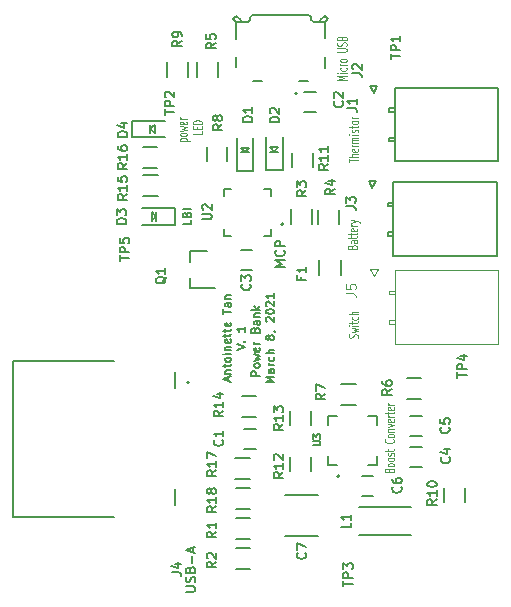
<source format=gbr>
%TF.GenerationSoftware,KiCad,Pcbnew,(5.1.9-0-10_14)*%
%TF.CreationDate,2021-03-09T11:41:36-05:00*%
%TF.ProjectId,Antoinette_PowerBank,416e746f-696e-4657-9474-655f506f7765,rev?*%
%TF.SameCoordinates,Original*%
%TF.FileFunction,Legend,Top*%
%TF.FilePolarity,Positive*%
%FSLAX46Y46*%
G04 Gerber Fmt 4.6, Leading zero omitted, Abs format (unit mm)*
G04 Created by KiCad (PCBNEW (5.1.9-0-10_14)) date 2021-03-09 11:41:36*
%MOMM*%
%LPD*%
G01*
G04 APERTURE LIST*
%ADD10C,0.125000*%
%ADD11C,0.175000*%
%ADD12C,0.150000*%
%ADD13C,0.120000*%
G04 APERTURE END LIST*
D10*
X90747809Y-55971142D02*
X90785904Y-55899714D01*
X90785904Y-55780666D01*
X90747809Y-55733047D01*
X90709714Y-55709238D01*
X90633523Y-55685428D01*
X90557333Y-55685428D01*
X90481142Y-55709238D01*
X90443047Y-55733047D01*
X90404952Y-55780666D01*
X90366857Y-55875904D01*
X90328761Y-55923523D01*
X90290666Y-55947333D01*
X90214476Y-55971142D01*
X90138285Y-55971142D01*
X90062095Y-55947333D01*
X90024000Y-55923523D01*
X89985904Y-55875904D01*
X89985904Y-55756857D01*
X90024000Y-55685428D01*
X90252571Y-55518761D02*
X90785904Y-55423523D01*
X90404952Y-55328285D01*
X90785904Y-55233047D01*
X90252571Y-55137809D01*
X90785904Y-54947333D02*
X90252571Y-54947333D01*
X89985904Y-54947333D02*
X90024000Y-54971142D01*
X90062095Y-54947333D01*
X90024000Y-54923523D01*
X89985904Y-54947333D01*
X90062095Y-54947333D01*
X90252571Y-54780666D02*
X90252571Y-54590190D01*
X89985904Y-54709238D02*
X90671619Y-54709238D01*
X90747809Y-54685428D01*
X90785904Y-54637809D01*
X90785904Y-54590190D01*
X90747809Y-54209238D02*
X90785904Y-54256857D01*
X90785904Y-54352095D01*
X90747809Y-54399714D01*
X90709714Y-54423523D01*
X90633523Y-54447333D01*
X90404952Y-54447333D01*
X90328761Y-54423523D01*
X90290666Y-54399714D01*
X90252571Y-54352095D01*
X90252571Y-54256857D01*
X90290666Y-54209238D01*
X90785904Y-53994952D02*
X89985904Y-53994952D01*
X90785904Y-53780666D02*
X90366857Y-53780666D01*
X90290666Y-53804476D01*
X90252571Y-53852095D01*
X90252571Y-53923523D01*
X90290666Y-53971142D01*
X90328761Y-53994952D01*
X90303357Y-48279714D02*
X90341452Y-48208285D01*
X90379547Y-48184476D01*
X90455738Y-48160666D01*
X90570023Y-48160666D01*
X90646214Y-48184476D01*
X90684309Y-48208285D01*
X90722404Y-48255904D01*
X90722404Y-48446380D01*
X89922404Y-48446380D01*
X89922404Y-48279714D01*
X89960500Y-48232095D01*
X89998595Y-48208285D01*
X90074785Y-48184476D01*
X90150976Y-48184476D01*
X90227166Y-48208285D01*
X90265261Y-48232095D01*
X90303357Y-48279714D01*
X90303357Y-48446380D01*
X90722404Y-47732095D02*
X90303357Y-47732095D01*
X90227166Y-47755904D01*
X90189071Y-47803523D01*
X90189071Y-47898761D01*
X90227166Y-47946380D01*
X90684309Y-47732095D02*
X90722404Y-47779714D01*
X90722404Y-47898761D01*
X90684309Y-47946380D01*
X90608119Y-47970190D01*
X90531928Y-47970190D01*
X90455738Y-47946380D01*
X90417642Y-47898761D01*
X90417642Y-47779714D01*
X90379547Y-47732095D01*
X90189071Y-47565428D02*
X90189071Y-47374952D01*
X89922404Y-47494000D02*
X90608119Y-47494000D01*
X90684309Y-47470190D01*
X90722404Y-47422571D01*
X90722404Y-47374952D01*
X90189071Y-47279714D02*
X90189071Y-47089238D01*
X89922404Y-47208285D02*
X90608119Y-47208285D01*
X90684309Y-47184476D01*
X90722404Y-47136857D01*
X90722404Y-47089238D01*
X90684309Y-46732095D02*
X90722404Y-46779714D01*
X90722404Y-46874952D01*
X90684309Y-46922571D01*
X90608119Y-46946380D01*
X90303357Y-46946380D01*
X90227166Y-46922571D01*
X90189071Y-46874952D01*
X90189071Y-46779714D01*
X90227166Y-46732095D01*
X90303357Y-46708285D01*
X90379547Y-46708285D01*
X90455738Y-46946380D01*
X90722404Y-46494000D02*
X90189071Y-46494000D01*
X90341452Y-46494000D02*
X90265261Y-46470190D01*
X90227166Y-46446380D01*
X90189071Y-46398761D01*
X90189071Y-46351142D01*
X90189071Y-46232095D02*
X90722404Y-46113047D01*
X90189071Y-45994000D02*
X90722404Y-46113047D01*
X90912880Y-46160666D01*
X90950976Y-46184476D01*
X90989071Y-46232095D01*
D11*
X79813166Y-59657000D02*
X79813166Y-59323666D01*
X80013166Y-59723666D02*
X79313166Y-59490333D01*
X80013166Y-59257000D01*
X79546500Y-59023666D02*
X80013166Y-59023666D01*
X79613166Y-59023666D02*
X79579833Y-58990333D01*
X79546500Y-58923666D01*
X79546500Y-58823666D01*
X79579833Y-58757000D01*
X79646500Y-58723666D01*
X80013166Y-58723666D01*
X79546500Y-58490333D02*
X79546500Y-58223666D01*
X79313166Y-58390333D02*
X79913166Y-58390333D01*
X79979833Y-58357000D01*
X80013166Y-58290333D01*
X80013166Y-58223666D01*
X80013166Y-57890333D02*
X79979833Y-57957000D01*
X79946500Y-57990333D01*
X79879833Y-58023666D01*
X79679833Y-58023666D01*
X79613166Y-57990333D01*
X79579833Y-57957000D01*
X79546500Y-57890333D01*
X79546500Y-57790333D01*
X79579833Y-57723666D01*
X79613166Y-57690333D01*
X79679833Y-57657000D01*
X79879833Y-57657000D01*
X79946500Y-57690333D01*
X79979833Y-57723666D01*
X80013166Y-57790333D01*
X80013166Y-57890333D01*
X80013166Y-57357000D02*
X79546500Y-57357000D01*
X79313166Y-57357000D02*
X79346500Y-57390333D01*
X79379833Y-57357000D01*
X79346500Y-57323666D01*
X79313166Y-57357000D01*
X79379833Y-57357000D01*
X79546500Y-57023666D02*
X80013166Y-57023666D01*
X79613166Y-57023666D02*
X79579833Y-56990333D01*
X79546500Y-56923666D01*
X79546500Y-56823666D01*
X79579833Y-56757000D01*
X79646500Y-56723666D01*
X80013166Y-56723666D01*
X79979833Y-56123666D02*
X80013166Y-56190333D01*
X80013166Y-56323666D01*
X79979833Y-56390333D01*
X79913166Y-56423666D01*
X79646500Y-56423666D01*
X79579833Y-56390333D01*
X79546500Y-56323666D01*
X79546500Y-56190333D01*
X79579833Y-56123666D01*
X79646500Y-56090333D01*
X79713166Y-56090333D01*
X79779833Y-56423666D01*
X79546500Y-55890333D02*
X79546500Y-55623666D01*
X79313166Y-55790333D02*
X79913166Y-55790333D01*
X79979833Y-55757000D01*
X80013166Y-55690333D01*
X80013166Y-55623666D01*
X79546500Y-55490333D02*
X79546500Y-55223666D01*
X79313166Y-55390333D02*
X79913166Y-55390333D01*
X79979833Y-55357000D01*
X80013166Y-55290333D01*
X80013166Y-55223666D01*
X79979833Y-54723666D02*
X80013166Y-54790333D01*
X80013166Y-54923666D01*
X79979833Y-54990333D01*
X79913166Y-55023666D01*
X79646500Y-55023666D01*
X79579833Y-54990333D01*
X79546500Y-54923666D01*
X79546500Y-54790333D01*
X79579833Y-54723666D01*
X79646500Y-54690333D01*
X79713166Y-54690333D01*
X79779833Y-55023666D01*
X79313166Y-53957000D02*
X79313166Y-53557000D01*
X80013166Y-53757000D02*
X79313166Y-53757000D01*
X80013166Y-53023666D02*
X79646500Y-53023666D01*
X79579833Y-53057000D01*
X79546500Y-53123666D01*
X79546500Y-53257000D01*
X79579833Y-53323666D01*
X79979833Y-53023666D02*
X80013166Y-53090333D01*
X80013166Y-53257000D01*
X79979833Y-53323666D01*
X79913166Y-53357000D01*
X79846500Y-53357000D01*
X79779833Y-53323666D01*
X79746500Y-53257000D01*
X79746500Y-53090333D01*
X79713166Y-53023666D01*
X79546500Y-52690333D02*
X80013166Y-52690333D01*
X79613166Y-52690333D02*
X79579833Y-52657000D01*
X79546500Y-52590333D01*
X79546500Y-52490333D01*
X79579833Y-52423666D01*
X79646500Y-52390333D01*
X80013166Y-52390333D01*
X80538166Y-57007000D02*
X81238166Y-56773666D01*
X80538166Y-56540333D01*
X81171500Y-56307000D02*
X81204833Y-56273666D01*
X81238166Y-56307000D01*
X81204833Y-56340333D01*
X81171500Y-56307000D01*
X81238166Y-56307000D01*
X81238166Y-55073666D02*
X81238166Y-55473666D01*
X81238166Y-55273666D02*
X80538166Y-55273666D01*
X80638166Y-55340333D01*
X80704833Y-55407000D01*
X80738166Y-55473666D01*
X82463166Y-59190333D02*
X81763166Y-59190333D01*
X81763166Y-58923666D01*
X81796500Y-58857000D01*
X81829833Y-58823666D01*
X81896500Y-58790333D01*
X81996500Y-58790333D01*
X82063166Y-58823666D01*
X82096500Y-58857000D01*
X82129833Y-58923666D01*
X82129833Y-59190333D01*
X82463166Y-58390333D02*
X82429833Y-58457000D01*
X82396500Y-58490333D01*
X82329833Y-58523666D01*
X82129833Y-58523666D01*
X82063166Y-58490333D01*
X82029833Y-58457000D01*
X81996500Y-58390333D01*
X81996500Y-58290333D01*
X82029833Y-58223666D01*
X82063166Y-58190333D01*
X82129833Y-58157000D01*
X82329833Y-58157000D01*
X82396500Y-58190333D01*
X82429833Y-58223666D01*
X82463166Y-58290333D01*
X82463166Y-58390333D01*
X81996500Y-57923666D02*
X82463166Y-57790333D01*
X82129833Y-57657000D01*
X82463166Y-57523666D01*
X81996500Y-57390333D01*
X82429833Y-56857000D02*
X82463166Y-56923666D01*
X82463166Y-57057000D01*
X82429833Y-57123666D01*
X82363166Y-57157000D01*
X82096500Y-57157000D01*
X82029833Y-57123666D01*
X81996500Y-57057000D01*
X81996500Y-56923666D01*
X82029833Y-56857000D01*
X82096500Y-56823666D01*
X82163166Y-56823666D01*
X82229833Y-57157000D01*
X82463166Y-56523666D02*
X81996500Y-56523666D01*
X82129833Y-56523666D02*
X82063166Y-56490333D01*
X82029833Y-56457000D01*
X81996500Y-56390333D01*
X81996500Y-56323666D01*
X82096500Y-55323666D02*
X82129833Y-55223666D01*
X82163166Y-55190333D01*
X82229833Y-55157000D01*
X82329833Y-55157000D01*
X82396500Y-55190333D01*
X82429833Y-55223666D01*
X82463166Y-55290333D01*
X82463166Y-55557000D01*
X81763166Y-55557000D01*
X81763166Y-55323666D01*
X81796500Y-55257000D01*
X81829833Y-55223666D01*
X81896500Y-55190333D01*
X81963166Y-55190333D01*
X82029833Y-55223666D01*
X82063166Y-55257000D01*
X82096500Y-55323666D01*
X82096500Y-55557000D01*
X82463166Y-54557000D02*
X82096500Y-54557000D01*
X82029833Y-54590333D01*
X81996500Y-54657000D01*
X81996500Y-54790333D01*
X82029833Y-54857000D01*
X82429833Y-54557000D02*
X82463166Y-54623666D01*
X82463166Y-54790333D01*
X82429833Y-54857000D01*
X82363166Y-54890333D01*
X82296500Y-54890333D01*
X82229833Y-54857000D01*
X82196500Y-54790333D01*
X82196500Y-54623666D01*
X82163166Y-54557000D01*
X81996500Y-54223666D02*
X82463166Y-54223666D01*
X82063166Y-54223666D02*
X82029833Y-54190333D01*
X81996500Y-54123666D01*
X81996500Y-54023666D01*
X82029833Y-53957000D01*
X82096500Y-53923666D01*
X82463166Y-53923666D01*
X82463166Y-53590333D02*
X81763166Y-53590333D01*
X82196500Y-53523666D02*
X82463166Y-53323666D01*
X81996500Y-53323666D02*
X82263166Y-53590333D01*
X83688166Y-59757000D02*
X82988166Y-59757000D01*
X83488166Y-59523666D01*
X82988166Y-59290333D01*
X83688166Y-59290333D01*
X83688166Y-58657000D02*
X83321500Y-58657000D01*
X83254833Y-58690333D01*
X83221500Y-58757000D01*
X83221500Y-58890333D01*
X83254833Y-58957000D01*
X83654833Y-58657000D02*
X83688166Y-58723666D01*
X83688166Y-58890333D01*
X83654833Y-58957000D01*
X83588166Y-58990333D01*
X83521500Y-58990333D01*
X83454833Y-58957000D01*
X83421500Y-58890333D01*
X83421500Y-58723666D01*
X83388166Y-58657000D01*
X83688166Y-58323666D02*
X83221500Y-58323666D01*
X83354833Y-58323666D02*
X83288166Y-58290333D01*
X83254833Y-58257000D01*
X83221500Y-58190333D01*
X83221500Y-58123666D01*
X83654833Y-57590333D02*
X83688166Y-57657000D01*
X83688166Y-57790333D01*
X83654833Y-57857000D01*
X83621500Y-57890333D01*
X83554833Y-57923666D01*
X83354833Y-57923666D01*
X83288166Y-57890333D01*
X83254833Y-57857000D01*
X83221500Y-57790333D01*
X83221500Y-57657000D01*
X83254833Y-57590333D01*
X83688166Y-57290333D02*
X82988166Y-57290333D01*
X83688166Y-56990333D02*
X83321500Y-56990333D01*
X83254833Y-57023666D01*
X83221500Y-57090333D01*
X83221500Y-57190333D01*
X83254833Y-57257000D01*
X83288166Y-57290333D01*
X83288166Y-56023666D02*
X83254833Y-56090333D01*
X83221500Y-56123666D01*
X83154833Y-56157000D01*
X83121500Y-56157000D01*
X83054833Y-56123666D01*
X83021500Y-56090333D01*
X82988166Y-56023666D01*
X82988166Y-55890333D01*
X83021500Y-55823666D01*
X83054833Y-55790333D01*
X83121500Y-55757000D01*
X83154833Y-55757000D01*
X83221500Y-55790333D01*
X83254833Y-55823666D01*
X83288166Y-55890333D01*
X83288166Y-56023666D01*
X83321500Y-56090333D01*
X83354833Y-56123666D01*
X83421500Y-56157000D01*
X83554833Y-56157000D01*
X83621500Y-56123666D01*
X83654833Y-56090333D01*
X83688166Y-56023666D01*
X83688166Y-55890333D01*
X83654833Y-55823666D01*
X83621500Y-55790333D01*
X83554833Y-55757000D01*
X83421500Y-55757000D01*
X83354833Y-55790333D01*
X83321500Y-55823666D01*
X83288166Y-55890333D01*
X83654833Y-55423666D02*
X83688166Y-55423666D01*
X83754833Y-55457000D01*
X83788166Y-55490333D01*
X83054833Y-54623666D02*
X83021500Y-54590333D01*
X82988166Y-54523666D01*
X82988166Y-54357000D01*
X83021500Y-54290333D01*
X83054833Y-54257000D01*
X83121500Y-54223666D01*
X83188166Y-54223666D01*
X83288166Y-54257000D01*
X83688166Y-54657000D01*
X83688166Y-54223666D01*
X82988166Y-53790333D02*
X82988166Y-53723666D01*
X83021500Y-53657000D01*
X83054833Y-53623666D01*
X83121500Y-53590333D01*
X83254833Y-53557000D01*
X83421500Y-53557000D01*
X83554833Y-53590333D01*
X83621500Y-53623666D01*
X83654833Y-53657000D01*
X83688166Y-53723666D01*
X83688166Y-53790333D01*
X83654833Y-53857000D01*
X83621500Y-53890333D01*
X83554833Y-53923666D01*
X83421500Y-53957000D01*
X83254833Y-53957000D01*
X83121500Y-53923666D01*
X83054833Y-53890333D01*
X83021500Y-53857000D01*
X82988166Y-53790333D01*
X83054833Y-53290333D02*
X83021500Y-53257000D01*
X82988166Y-53190333D01*
X82988166Y-53023666D01*
X83021500Y-52957000D01*
X83054833Y-52923666D01*
X83121500Y-52890333D01*
X83188166Y-52890333D01*
X83288166Y-52923666D01*
X83688166Y-53323666D01*
X83688166Y-52890333D01*
X83688166Y-52223666D02*
X83688166Y-52623666D01*
X83688166Y-52423666D02*
X82988166Y-52423666D01*
X83088166Y-52490333D01*
X83154833Y-52557000D01*
X83188166Y-52623666D01*
D12*
X76643666Y-46020000D02*
X76643666Y-46353333D01*
X75943666Y-46353333D01*
X76277000Y-45553333D02*
X76310333Y-45453333D01*
X76343666Y-45420000D01*
X76410333Y-45386666D01*
X76510333Y-45386666D01*
X76577000Y-45420000D01*
X76610333Y-45453333D01*
X76643666Y-45520000D01*
X76643666Y-45786666D01*
X75943666Y-45786666D01*
X75943666Y-45553333D01*
X75977000Y-45486666D01*
X76010333Y-45453333D01*
X76077000Y-45420000D01*
X76143666Y-45420000D01*
X76210333Y-45453333D01*
X76243666Y-45486666D01*
X76277000Y-45553333D01*
X76277000Y-45786666D01*
X76643666Y-45086666D02*
X75943666Y-45086666D01*
D10*
X75747071Y-39318285D02*
X76547071Y-39318285D01*
X75785166Y-39318285D02*
X75747071Y-39270666D01*
X75747071Y-39175428D01*
X75785166Y-39127809D01*
X75823261Y-39104000D01*
X75899452Y-39080190D01*
X76128023Y-39080190D01*
X76204214Y-39104000D01*
X76242309Y-39127809D01*
X76280404Y-39175428D01*
X76280404Y-39270666D01*
X76242309Y-39318285D01*
X76280404Y-38794476D02*
X76242309Y-38842095D01*
X76204214Y-38865904D01*
X76128023Y-38889714D01*
X75899452Y-38889714D01*
X75823261Y-38865904D01*
X75785166Y-38842095D01*
X75747071Y-38794476D01*
X75747071Y-38723047D01*
X75785166Y-38675428D01*
X75823261Y-38651619D01*
X75899452Y-38627809D01*
X76128023Y-38627809D01*
X76204214Y-38651619D01*
X76242309Y-38675428D01*
X76280404Y-38723047D01*
X76280404Y-38794476D01*
X75747071Y-38461142D02*
X76280404Y-38365904D01*
X75899452Y-38270666D01*
X76280404Y-38175428D01*
X75747071Y-38080190D01*
X76242309Y-37699238D02*
X76280404Y-37746857D01*
X76280404Y-37842095D01*
X76242309Y-37889714D01*
X76166119Y-37913523D01*
X75861357Y-37913523D01*
X75785166Y-37889714D01*
X75747071Y-37842095D01*
X75747071Y-37746857D01*
X75785166Y-37699238D01*
X75861357Y-37675428D01*
X75937547Y-37675428D01*
X76013738Y-37913523D01*
X76280404Y-37461142D02*
X75747071Y-37461142D01*
X75899452Y-37461142D02*
X75823261Y-37437333D01*
X75785166Y-37413523D01*
X75747071Y-37365904D01*
X75747071Y-37318285D01*
X77605404Y-38484952D02*
X77605404Y-38723047D01*
X76805404Y-38723047D01*
X77186357Y-38318285D02*
X77186357Y-38151619D01*
X77605404Y-38080190D02*
X77605404Y-38318285D01*
X76805404Y-38318285D01*
X76805404Y-38080190D01*
X77605404Y-37865904D02*
X76805404Y-37865904D01*
X76805404Y-37746857D01*
X76843500Y-37675428D01*
X76919690Y-37627809D01*
X76995880Y-37604000D01*
X77148261Y-37580190D01*
X77262547Y-37580190D01*
X77414928Y-37604000D01*
X77491119Y-37627809D01*
X77567309Y-37675428D01*
X77605404Y-37746857D01*
X77605404Y-37865904D01*
D12*
X84562904Y-49961666D02*
X83762904Y-49961666D01*
X84334333Y-49695000D01*
X83762904Y-49428333D01*
X84562904Y-49428333D01*
X84486714Y-48590238D02*
X84524809Y-48628333D01*
X84562904Y-48742619D01*
X84562904Y-48818809D01*
X84524809Y-48933095D01*
X84448619Y-49009285D01*
X84372428Y-49047380D01*
X84220047Y-49085476D01*
X84105761Y-49085476D01*
X83953380Y-49047380D01*
X83877190Y-49009285D01*
X83801000Y-48933095D01*
X83762904Y-48818809D01*
X83762904Y-48742619D01*
X83801000Y-48628333D01*
X83839095Y-48590238D01*
X84562904Y-48247380D02*
X83762904Y-48247380D01*
X83762904Y-47942619D01*
X83801000Y-47866428D01*
X83839095Y-47828333D01*
X83915285Y-47790238D01*
X84029571Y-47790238D01*
X84105761Y-47828333D01*
X84143857Y-47866428D01*
X84181952Y-47942619D01*
X84181952Y-48247380D01*
X76206404Y-77476119D02*
X76854023Y-77476119D01*
X76930214Y-77438023D01*
X76968309Y-77399928D01*
X77006404Y-77323738D01*
X77006404Y-77171357D01*
X76968309Y-77095166D01*
X76930214Y-77057071D01*
X76854023Y-77018976D01*
X76206404Y-77018976D01*
X76968309Y-76676119D02*
X77006404Y-76561833D01*
X77006404Y-76371357D01*
X76968309Y-76295166D01*
X76930214Y-76257071D01*
X76854023Y-76218976D01*
X76777833Y-76218976D01*
X76701642Y-76257071D01*
X76663547Y-76295166D01*
X76625452Y-76371357D01*
X76587357Y-76523738D01*
X76549261Y-76599928D01*
X76511166Y-76638023D01*
X76434976Y-76676119D01*
X76358785Y-76676119D01*
X76282595Y-76638023D01*
X76244500Y-76599928D01*
X76206404Y-76523738D01*
X76206404Y-76333261D01*
X76244500Y-76218976D01*
X76587357Y-75609452D02*
X76625452Y-75495166D01*
X76663547Y-75457071D01*
X76739738Y-75418976D01*
X76854023Y-75418976D01*
X76930214Y-75457071D01*
X76968309Y-75495166D01*
X77006404Y-75571357D01*
X77006404Y-75876119D01*
X76206404Y-75876119D01*
X76206404Y-75609452D01*
X76244500Y-75533261D01*
X76282595Y-75495166D01*
X76358785Y-75457071D01*
X76434976Y-75457071D01*
X76511166Y-75495166D01*
X76549261Y-75533261D01*
X76587357Y-75609452D01*
X76587357Y-75876119D01*
X76701642Y-75076119D02*
X76701642Y-74466595D01*
X76777833Y-74123738D02*
X76777833Y-73742785D01*
X77006404Y-74199928D02*
X76206404Y-73933261D01*
X77006404Y-73666595D01*
D10*
X89833404Y-34142928D02*
X89033404Y-34142928D01*
X89604833Y-33976261D01*
X89033404Y-33809595D01*
X89833404Y-33809595D01*
X89833404Y-33571500D02*
X89300071Y-33571500D01*
X89033404Y-33571500D02*
X89071500Y-33595309D01*
X89109595Y-33571500D01*
X89071500Y-33547690D01*
X89033404Y-33571500D01*
X89109595Y-33571500D01*
X89795309Y-33119119D02*
X89833404Y-33166738D01*
X89833404Y-33261976D01*
X89795309Y-33309595D01*
X89757214Y-33333404D01*
X89681023Y-33357214D01*
X89452452Y-33357214D01*
X89376261Y-33333404D01*
X89338166Y-33309595D01*
X89300071Y-33261976D01*
X89300071Y-33166738D01*
X89338166Y-33119119D01*
X89833404Y-32904833D02*
X89300071Y-32904833D01*
X89452452Y-32904833D02*
X89376261Y-32881023D01*
X89338166Y-32857214D01*
X89300071Y-32809595D01*
X89300071Y-32761976D01*
X89833404Y-32523880D02*
X89795309Y-32571500D01*
X89757214Y-32595309D01*
X89681023Y-32619119D01*
X89452452Y-32619119D01*
X89376261Y-32595309D01*
X89338166Y-32571500D01*
X89300071Y-32523880D01*
X89300071Y-32452452D01*
X89338166Y-32404833D01*
X89376261Y-32381023D01*
X89452452Y-32357214D01*
X89681023Y-32357214D01*
X89757214Y-32381023D01*
X89795309Y-32404833D01*
X89833404Y-32452452D01*
X89833404Y-32523880D01*
X89033404Y-31761976D02*
X89681023Y-31761976D01*
X89757214Y-31738166D01*
X89795309Y-31714357D01*
X89833404Y-31666738D01*
X89833404Y-31571500D01*
X89795309Y-31523880D01*
X89757214Y-31500071D01*
X89681023Y-31476261D01*
X89033404Y-31476261D01*
X89795309Y-31261976D02*
X89833404Y-31190547D01*
X89833404Y-31071500D01*
X89795309Y-31023880D01*
X89757214Y-31000071D01*
X89681023Y-30976261D01*
X89604833Y-30976261D01*
X89528642Y-31000071D01*
X89490547Y-31023880D01*
X89452452Y-31071500D01*
X89414357Y-31166738D01*
X89376261Y-31214357D01*
X89338166Y-31238166D01*
X89261976Y-31261976D01*
X89185785Y-31261976D01*
X89109595Y-31238166D01*
X89071500Y-31214357D01*
X89033404Y-31166738D01*
X89033404Y-31047690D01*
X89071500Y-30976261D01*
X89414357Y-30595309D02*
X89452452Y-30523880D01*
X89490547Y-30500071D01*
X89566738Y-30476261D01*
X89681023Y-30476261D01*
X89757214Y-30500071D01*
X89795309Y-30523880D01*
X89833404Y-30571500D01*
X89833404Y-30761976D01*
X89033404Y-30761976D01*
X89033404Y-30595309D01*
X89071500Y-30547690D01*
X89109595Y-30523880D01*
X89185785Y-30500071D01*
X89261976Y-30500071D01*
X89338166Y-30523880D01*
X89376261Y-30547690D01*
X89414357Y-30595309D01*
X89414357Y-30761976D01*
X89985904Y-41096166D02*
X89985904Y-40810452D01*
X90785904Y-40953309D02*
X89985904Y-40953309D01*
X90785904Y-40643785D02*
X89985904Y-40643785D01*
X90785904Y-40429500D02*
X90366857Y-40429500D01*
X90290666Y-40453309D01*
X90252571Y-40500928D01*
X90252571Y-40572357D01*
X90290666Y-40619976D01*
X90328761Y-40643785D01*
X90747809Y-40000928D02*
X90785904Y-40048547D01*
X90785904Y-40143785D01*
X90747809Y-40191404D01*
X90671619Y-40215214D01*
X90366857Y-40215214D01*
X90290666Y-40191404D01*
X90252571Y-40143785D01*
X90252571Y-40048547D01*
X90290666Y-40000928D01*
X90366857Y-39977119D01*
X90443047Y-39977119D01*
X90519238Y-40215214D01*
X90785904Y-39762833D02*
X90252571Y-39762833D01*
X90404952Y-39762833D02*
X90328761Y-39739023D01*
X90290666Y-39715214D01*
X90252571Y-39667595D01*
X90252571Y-39619976D01*
X90785904Y-39453309D02*
X90252571Y-39453309D01*
X90328761Y-39453309D02*
X90290666Y-39429500D01*
X90252571Y-39381880D01*
X90252571Y-39310452D01*
X90290666Y-39262833D01*
X90366857Y-39239023D01*
X90785904Y-39239023D01*
X90366857Y-39239023D02*
X90290666Y-39215214D01*
X90252571Y-39167595D01*
X90252571Y-39096166D01*
X90290666Y-39048547D01*
X90366857Y-39024738D01*
X90785904Y-39024738D01*
X90785904Y-38786642D02*
X90252571Y-38786642D01*
X89985904Y-38786642D02*
X90024000Y-38810452D01*
X90062095Y-38786642D01*
X90024000Y-38762833D01*
X89985904Y-38786642D01*
X90062095Y-38786642D01*
X90747809Y-38572357D02*
X90785904Y-38524738D01*
X90785904Y-38429500D01*
X90747809Y-38381880D01*
X90671619Y-38358071D01*
X90633523Y-38358071D01*
X90557333Y-38381880D01*
X90519238Y-38429500D01*
X90519238Y-38500928D01*
X90481142Y-38548547D01*
X90404952Y-38572357D01*
X90366857Y-38572357D01*
X90290666Y-38548547D01*
X90252571Y-38500928D01*
X90252571Y-38429500D01*
X90290666Y-38381880D01*
X90252571Y-38215214D02*
X90252571Y-38024738D01*
X89985904Y-38143785D02*
X90671619Y-38143785D01*
X90747809Y-38119976D01*
X90785904Y-38072357D01*
X90785904Y-38024738D01*
X90785904Y-37786642D02*
X90747809Y-37834261D01*
X90709714Y-37858071D01*
X90633523Y-37881880D01*
X90404952Y-37881880D01*
X90328761Y-37858071D01*
X90290666Y-37834261D01*
X90252571Y-37786642D01*
X90252571Y-37715214D01*
X90290666Y-37667595D01*
X90328761Y-37643785D01*
X90404952Y-37619976D01*
X90633523Y-37619976D01*
X90709714Y-37643785D01*
X90747809Y-37667595D01*
X90785904Y-37715214D01*
X90785904Y-37786642D01*
X90785904Y-37405690D02*
X90252571Y-37405690D01*
X90404952Y-37405690D02*
X90328761Y-37381880D01*
X90290666Y-37358071D01*
X90252571Y-37310452D01*
X90252571Y-37262833D01*
X93414857Y-67178690D02*
X93452952Y-67107261D01*
X93491047Y-67083452D01*
X93567238Y-67059642D01*
X93681523Y-67059642D01*
X93757714Y-67083452D01*
X93795809Y-67107261D01*
X93833904Y-67154880D01*
X93833904Y-67345357D01*
X93033904Y-67345357D01*
X93033904Y-67178690D01*
X93072000Y-67131071D01*
X93110095Y-67107261D01*
X93186285Y-67083452D01*
X93262476Y-67083452D01*
X93338666Y-67107261D01*
X93376761Y-67131071D01*
X93414857Y-67178690D01*
X93414857Y-67345357D01*
X93833904Y-66773928D02*
X93795809Y-66821547D01*
X93757714Y-66845357D01*
X93681523Y-66869166D01*
X93452952Y-66869166D01*
X93376761Y-66845357D01*
X93338666Y-66821547D01*
X93300571Y-66773928D01*
X93300571Y-66702500D01*
X93338666Y-66654880D01*
X93376761Y-66631071D01*
X93452952Y-66607261D01*
X93681523Y-66607261D01*
X93757714Y-66631071D01*
X93795809Y-66654880D01*
X93833904Y-66702500D01*
X93833904Y-66773928D01*
X93833904Y-66321547D02*
X93795809Y-66369166D01*
X93757714Y-66392976D01*
X93681523Y-66416785D01*
X93452952Y-66416785D01*
X93376761Y-66392976D01*
X93338666Y-66369166D01*
X93300571Y-66321547D01*
X93300571Y-66250119D01*
X93338666Y-66202500D01*
X93376761Y-66178690D01*
X93452952Y-66154880D01*
X93681523Y-66154880D01*
X93757714Y-66178690D01*
X93795809Y-66202500D01*
X93833904Y-66250119D01*
X93833904Y-66321547D01*
X93795809Y-65964404D02*
X93833904Y-65916785D01*
X93833904Y-65821547D01*
X93795809Y-65773928D01*
X93719619Y-65750119D01*
X93681523Y-65750119D01*
X93605333Y-65773928D01*
X93567238Y-65821547D01*
X93567238Y-65892976D01*
X93529142Y-65940595D01*
X93452952Y-65964404D01*
X93414857Y-65964404D01*
X93338666Y-65940595D01*
X93300571Y-65892976D01*
X93300571Y-65821547D01*
X93338666Y-65773928D01*
X93300571Y-65607261D02*
X93300571Y-65416785D01*
X93033904Y-65535833D02*
X93719619Y-65535833D01*
X93795809Y-65512023D01*
X93833904Y-65464404D01*
X93833904Y-65416785D01*
X93757714Y-64583452D02*
X93795809Y-64607261D01*
X93833904Y-64678690D01*
X93833904Y-64726309D01*
X93795809Y-64797738D01*
X93719619Y-64845357D01*
X93643428Y-64869166D01*
X93491047Y-64892976D01*
X93376761Y-64892976D01*
X93224380Y-64869166D01*
X93148190Y-64845357D01*
X93072000Y-64797738D01*
X93033904Y-64726309D01*
X93033904Y-64678690D01*
X93072000Y-64607261D01*
X93110095Y-64583452D01*
X93833904Y-64297738D02*
X93795809Y-64345357D01*
X93757714Y-64369166D01*
X93681523Y-64392976D01*
X93452952Y-64392976D01*
X93376761Y-64369166D01*
X93338666Y-64345357D01*
X93300571Y-64297738D01*
X93300571Y-64226309D01*
X93338666Y-64178690D01*
X93376761Y-64154880D01*
X93452952Y-64131071D01*
X93681523Y-64131071D01*
X93757714Y-64154880D01*
X93795809Y-64178690D01*
X93833904Y-64226309D01*
X93833904Y-64297738D01*
X93300571Y-63916785D02*
X93833904Y-63916785D01*
X93376761Y-63916785D02*
X93338666Y-63892976D01*
X93300571Y-63845357D01*
X93300571Y-63773928D01*
X93338666Y-63726309D01*
X93414857Y-63702500D01*
X93833904Y-63702500D01*
X93300571Y-63512023D02*
X93833904Y-63392976D01*
X93300571Y-63273928D01*
X93795809Y-62892976D02*
X93833904Y-62940595D01*
X93833904Y-63035833D01*
X93795809Y-63083452D01*
X93719619Y-63107261D01*
X93414857Y-63107261D01*
X93338666Y-63083452D01*
X93300571Y-63035833D01*
X93300571Y-62940595D01*
X93338666Y-62892976D01*
X93414857Y-62869166D01*
X93491047Y-62869166D01*
X93567238Y-63107261D01*
X93833904Y-62654880D02*
X93300571Y-62654880D01*
X93452952Y-62654880D02*
X93376761Y-62631071D01*
X93338666Y-62607261D01*
X93300571Y-62559642D01*
X93300571Y-62512023D01*
X93300571Y-62416785D02*
X93300571Y-62226309D01*
X93033904Y-62345357D02*
X93719619Y-62345357D01*
X93795809Y-62321547D01*
X93833904Y-62273928D01*
X93833904Y-62226309D01*
X93795809Y-61869166D02*
X93833904Y-61916785D01*
X93833904Y-62012023D01*
X93795809Y-62059642D01*
X93719619Y-62083452D01*
X93414857Y-62083452D01*
X93338666Y-62059642D01*
X93300571Y-62012023D01*
X93300571Y-61916785D01*
X93338666Y-61869166D01*
X93414857Y-61845357D01*
X93491047Y-61845357D01*
X93567238Y-62083452D01*
X93833904Y-61631071D02*
X93300571Y-61631071D01*
X93452952Y-61631071D02*
X93376761Y-61607261D01*
X93338666Y-61583452D01*
X93300571Y-61535833D01*
X93300571Y-61488214D01*
D12*
%TO.C,R15*%
X72615500Y-42236500D02*
X73815500Y-42236500D01*
X73815500Y-43996500D02*
X72615500Y-43996500D01*
%TO.C,R14*%
X80934000Y-60905500D02*
X82134000Y-60905500D01*
X82134000Y-62665500D02*
X80934000Y-62665500D01*
%TO.C,R6*%
X96104000Y-61141500D02*
X94904000Y-61141500D01*
X94904000Y-59381500D02*
X96104000Y-59381500D01*
%TO.C,U2*%
X82853799Y-47364400D02*
X83453799Y-47364400D01*
X83453799Y-47364400D02*
X83453799Y-46764400D01*
X80053799Y-47364400D02*
X79453799Y-47364400D01*
X79453799Y-47364400D02*
X79453799Y-46764400D01*
X83453799Y-43964400D02*
X83453799Y-43364400D01*
X83453799Y-43364400D02*
X82853799Y-43364400D01*
X80053799Y-43364400D02*
X79453799Y-43364400D01*
X79453799Y-43364400D02*
X79453799Y-43964400D01*
X84453799Y-46364400D02*
G75*
G03*
X84453799Y-46364400I-100000J0D01*
G01*
%TO.C,R11*%
X86960600Y-40360000D02*
X86960600Y-41560000D01*
X85200600Y-41560000D02*
X85200600Y-40360000D01*
%TO.C,R5*%
X77161500Y-33874000D02*
X77161500Y-32674000D01*
X78921500Y-32674000D02*
X78921500Y-33874000D01*
%TO.C,U3*%
X89209700Y-67693800D02*
G75*
G03*
X89209700Y-67693800I-100000J0D01*
G01*
X91639700Y-66743800D02*
X92359700Y-66743800D01*
X88259700Y-66743800D02*
X88979700Y-66743800D01*
X88259700Y-62643800D02*
X88259700Y-63363800D01*
X92359700Y-62643800D02*
X91639700Y-62643800D01*
X92359700Y-66743800D02*
X92359700Y-66023800D01*
X88259700Y-66023800D02*
X88259700Y-66743800D01*
X92359700Y-63363800D02*
X92359700Y-62643800D01*
X88979700Y-62643800D02*
X88259700Y-62643800D01*
%TO.C,C1*%
X82161000Y-63666000D02*
X81161000Y-63666000D01*
X81161000Y-65366000D02*
X82161000Y-65366000D01*
%TO.C,C2*%
X86215600Y-36892600D02*
X87215600Y-36892600D01*
X87215600Y-35192600D02*
X86215600Y-35192600D01*
%TO.C,C3*%
X80843500Y-50253000D02*
X81843500Y-50253000D01*
X81843500Y-48553000D02*
X80843500Y-48553000D01*
%TO.C,C4*%
X95194500Y-66915400D02*
X96194500Y-66915400D01*
X96194500Y-65215400D02*
X95194500Y-65215400D01*
%TO.C,C5*%
X96194500Y-62573800D02*
X95194500Y-62573800D01*
X95194500Y-64273800D02*
X96194500Y-64273800D01*
%TO.C,C6*%
X91079700Y-69353800D02*
X92079700Y-69353800D01*
X92079700Y-67653800D02*
X91079700Y-67653800D01*
%TO.C,D1*%
X81553800Y-40230400D02*
X81203800Y-40230400D01*
X81203800Y-40230400D02*
X80853800Y-40230400D01*
X81553800Y-39880400D02*
X81203800Y-40230400D01*
X81503800Y-39880400D02*
X81553800Y-39880400D01*
X81553800Y-39880400D02*
X81503800Y-39880400D01*
X80853800Y-39880400D02*
X81503800Y-39880400D01*
X80903800Y-39930400D02*
X80853800Y-39880400D01*
X81203800Y-40230400D02*
X80903800Y-39930400D01*
X80503800Y-41830400D02*
X81903800Y-41830400D01*
X81903800Y-41830400D02*
X81903800Y-39030400D01*
X80503800Y-41830400D02*
X80503800Y-39030400D01*
%TO.C,D2*%
X82993000Y-41812800D02*
X82993000Y-39012800D01*
X84393000Y-41812800D02*
X84393000Y-39012800D01*
X82993000Y-41812800D02*
X84393000Y-41812800D01*
X83693000Y-40212800D02*
X83393000Y-39912800D01*
X83393000Y-39912800D02*
X83343000Y-39862800D01*
X83343000Y-39862800D02*
X83993000Y-39862800D01*
X84043000Y-39862800D02*
X83993000Y-39862800D01*
X83993000Y-39862800D02*
X84043000Y-39862800D01*
X84043000Y-39862800D02*
X83693000Y-40212800D01*
X83693000Y-40212800D02*
X83343000Y-40212800D01*
X84043000Y-40212800D02*
X83693000Y-40212800D01*
%TO.C,D3*%
X73669500Y-45370000D02*
X73669500Y-45720000D01*
X73669500Y-45720000D02*
X73669500Y-46070000D01*
X73319500Y-45370000D02*
X73669500Y-45720000D01*
X73319500Y-45420000D02*
X73319500Y-45370000D01*
X73319500Y-45370000D02*
X73319500Y-45420000D01*
X73319500Y-46070000D02*
X73319500Y-45420000D01*
X73369500Y-46020000D02*
X73319500Y-46070000D01*
X73669500Y-45720000D02*
X73369500Y-46020000D01*
X75269500Y-46420000D02*
X75269500Y-45020000D01*
X75269500Y-45020000D02*
X72469500Y-45020000D01*
X75269500Y-46420000D02*
X72469500Y-46420000D01*
%TO.C,D4*%
X71606000Y-37590500D02*
X74406000Y-37590500D01*
X71606000Y-38990500D02*
X74406000Y-38990500D01*
X71606000Y-37590500D02*
X71606000Y-38990500D01*
X73206000Y-38290500D02*
X73506000Y-37990500D01*
X73506000Y-37990500D02*
X73556000Y-37940500D01*
X73556000Y-37940500D02*
X73556000Y-38590500D01*
X73556000Y-38640500D02*
X73556000Y-38590500D01*
X73556000Y-38590500D02*
X73556000Y-38640500D01*
X73556000Y-38640500D02*
X73206000Y-38290500D01*
X73206000Y-38290500D02*
X73206000Y-37940500D01*
X73206000Y-38640500D02*
X73206000Y-38290500D01*
%TO.C,F1*%
X87482000Y-49435936D02*
X87482000Y-50640064D01*
X89302000Y-49435936D02*
X89302000Y-50640064D01*
%TO.C,J2*%
X86566400Y-34269800D02*
X85786400Y-34269800D01*
X82646400Y-34269800D02*
X81906400Y-34269800D01*
X87976400Y-33104800D02*
X87976400Y-32194800D01*
X80476400Y-33094800D02*
X80476400Y-32184800D01*
X87976400Y-30594800D02*
X87976400Y-29269800D01*
X87976400Y-29269800D02*
X87026400Y-29269800D01*
X86826400Y-29069800D02*
X86826400Y-29004800D01*
X86626400Y-28669800D02*
X81826400Y-28669800D01*
X81626400Y-28879800D02*
X81626400Y-29079800D01*
X81301400Y-29279800D02*
X80476400Y-29279800D01*
X80476400Y-29279800D02*
X80476400Y-30654800D01*
X85621400Y-35289800D02*
G75*
G03*
X85621400Y-35289800I-100000J0D01*
G01*
X87976400Y-29219800D02*
X88226400Y-28969800D01*
X88226400Y-28969800D02*
X87976400Y-28719800D01*
X87976400Y-28719800D02*
X87601400Y-29094800D01*
X87601400Y-29094800D02*
X87601400Y-29219800D01*
X80476400Y-29219800D02*
X80226400Y-28969800D01*
X80226400Y-28969800D02*
X80476400Y-28719800D01*
X80476400Y-28719800D02*
X80851400Y-29094800D01*
X80851400Y-29094800D02*
X80851400Y-29219800D01*
X81626400Y-29079800D02*
G75*
G02*
X81301400Y-29279800I-262500J62500D01*
G01*
X81826400Y-28669800D02*
G75*
G03*
X81626400Y-28879800I5000J-205000D01*
G01*
X86826400Y-29004800D02*
G75*
G03*
X86626400Y-28669800I-267500J67500D01*
G01*
X87026400Y-29269800D02*
G75*
G02*
X86826400Y-29069800I0J200000D01*
G01*
%TO.C,J4*%
X61578000Y-57916000D02*
X70128000Y-57916000D01*
X70128000Y-71116000D02*
X61578000Y-71116000D01*
X61578000Y-71116000D02*
X61578000Y-57916000D01*
X76478000Y-59766000D02*
G75*
G03*
X76478000Y-59766000I-100000J0D01*
G01*
X75278000Y-58866000D02*
X75278000Y-60216000D01*
X75278000Y-68816000D02*
X75278000Y-70166000D01*
%TO.C,Q1*%
X76519500Y-48648500D02*
X77979500Y-48648500D01*
X76519500Y-51808500D02*
X78679500Y-51808500D01*
X76519500Y-51808500D02*
X76519500Y-50878500D01*
X76519500Y-48648500D02*
X76519500Y-49578500D01*
%TO.C,R1*%
X81613300Y-72990600D02*
X80413300Y-72990600D01*
X80413300Y-71230600D02*
X81613300Y-71230600D01*
%TO.C,R2*%
X81613300Y-75530600D02*
X80413300Y-75530600D01*
X80413300Y-73770600D02*
X81613300Y-73770600D01*
%TO.C,R3*%
X86909800Y-45120000D02*
X86909800Y-46320000D01*
X85149800Y-46320000D02*
X85149800Y-45120000D01*
%TO.C,R4*%
X87435800Y-46335200D02*
X87435800Y-45135200D01*
X89195800Y-45135200D02*
X89195800Y-46335200D01*
%TO.C,R7*%
X89379500Y-59876800D02*
X90579500Y-59876800D01*
X90579500Y-61636800D02*
X89379500Y-61636800D01*
%TO.C,R8*%
X77956520Y-41041880D02*
X77956520Y-39841880D01*
X79716520Y-39841880D02*
X79716520Y-41041880D01*
%TO.C,R9*%
X76381500Y-32674000D02*
X76381500Y-33874000D01*
X74621500Y-33874000D02*
X74621500Y-32674000D01*
%TO.C,R10*%
X98053000Y-69878500D02*
X98053000Y-68678500D01*
X99813000Y-68678500D02*
X99813000Y-69878500D01*
%TO.C,R12*%
X86770100Y-66090200D02*
X86770100Y-67290200D01*
X85010100Y-67290200D02*
X85010100Y-66090200D01*
%TO.C,R13*%
X85010100Y-63363400D02*
X85010100Y-62163400D01*
X86770100Y-62163400D02*
X86770100Y-63363400D01*
%TO.C,R16*%
X72552000Y-39823500D02*
X73752000Y-39823500D01*
X73752000Y-41583500D02*
X72552000Y-41583500D01*
%TO.C,R17*%
X81598100Y-67961400D02*
X80398100Y-67961400D01*
X80398100Y-66201400D02*
X81598100Y-66201400D01*
%TO.C,R18*%
X81613300Y-70450600D02*
X80413300Y-70450600D01*
X80413300Y-68690600D02*
X81613300Y-68690600D01*
%TO.C,C7*%
X87381852Y-72753800D02*
X84609348Y-72753800D01*
X87381852Y-69333800D02*
X84609348Y-69333800D01*
%TO.C,L1*%
X95278500Y-72701000D02*
X90878500Y-72701000D01*
X90878500Y-70301000D02*
X95278500Y-70301000D01*
%TO.C,J1*%
X102655800Y-34807600D02*
X93895800Y-34807600D01*
X93895800Y-34807600D02*
X93895800Y-41047600D01*
X93895800Y-41047600D02*
X102655800Y-41047600D01*
X102655800Y-41047600D02*
X102655800Y-34807600D01*
X93895800Y-36527600D02*
X93425800Y-36527600D01*
X93425800Y-36527600D02*
X93425800Y-36827600D01*
X93425800Y-36827600D02*
X93895800Y-36827600D01*
X93895800Y-36827600D02*
X93895800Y-36527600D01*
X93895800Y-39027600D02*
X93425800Y-39027600D01*
X93425800Y-39027600D02*
X93425800Y-39327600D01*
X93425800Y-39327600D02*
X93895800Y-39327600D01*
X93895800Y-39327600D02*
X93895800Y-39027600D01*
X92125800Y-35277600D02*
X91825800Y-34677600D01*
X91825800Y-34677600D02*
X92425800Y-34677600D01*
X92425800Y-34677600D02*
X92125800Y-35277600D01*
%TO.C,J3*%
X102528800Y-42808600D02*
X93768800Y-42808600D01*
X93768800Y-42808600D02*
X93768800Y-49048600D01*
X93768800Y-49048600D02*
X102528800Y-49048600D01*
X102528800Y-49048600D02*
X102528800Y-42808600D01*
X93768800Y-44528600D02*
X93298800Y-44528600D01*
X93298800Y-44528600D02*
X93298800Y-44828600D01*
X93298800Y-44828600D02*
X93768800Y-44828600D01*
X93768800Y-44828600D02*
X93768800Y-44528600D01*
X93768800Y-47028600D02*
X93298800Y-47028600D01*
X93298800Y-47028600D02*
X93298800Y-47328600D01*
X93298800Y-47328600D02*
X93768800Y-47328600D01*
X93768800Y-47328600D02*
X93768800Y-47028600D01*
X91998800Y-43278600D02*
X91698800Y-42678600D01*
X91698800Y-42678600D02*
X92298800Y-42678600D01*
X92298800Y-42678600D02*
X91998800Y-43278600D01*
D13*
%TO.C,J5*%
X102668500Y-50263500D02*
X93908500Y-50263500D01*
X93908500Y-50263500D02*
X93908500Y-56503500D01*
X93908500Y-56503500D02*
X102668500Y-56503500D01*
X102668500Y-56503500D02*
X102668500Y-50263500D01*
X93908500Y-51983500D02*
X93438500Y-51983500D01*
X93438500Y-51983500D02*
X93438500Y-52283500D01*
X93438500Y-52283500D02*
X93908500Y-52283500D01*
X93908500Y-52283500D02*
X93908500Y-51983500D01*
X93908500Y-54483500D02*
X93438500Y-54483500D01*
X93438500Y-54483500D02*
X93438500Y-54783500D01*
X93438500Y-54783500D02*
X93908500Y-54783500D01*
X93908500Y-54783500D02*
X93908500Y-54483500D01*
X92138500Y-50733500D02*
X91838500Y-50133500D01*
X91838500Y-50133500D02*
X92438500Y-50133500D01*
X92438500Y-50133500D02*
X92138500Y-50733500D01*
%TO.C,R15*%
D12*
X71227904Y-43821285D02*
X70846952Y-44087952D01*
X71227904Y-44278428D02*
X70427904Y-44278428D01*
X70427904Y-43973666D01*
X70466000Y-43897476D01*
X70504095Y-43859380D01*
X70580285Y-43821285D01*
X70694571Y-43821285D01*
X70770761Y-43859380D01*
X70808857Y-43897476D01*
X70846952Y-43973666D01*
X70846952Y-44278428D01*
X71227904Y-43059380D02*
X71227904Y-43516523D01*
X71227904Y-43287952D02*
X70427904Y-43287952D01*
X70542190Y-43364142D01*
X70618380Y-43440333D01*
X70656476Y-43516523D01*
X70427904Y-42335571D02*
X70427904Y-42716523D01*
X70808857Y-42754619D01*
X70770761Y-42716523D01*
X70732666Y-42640333D01*
X70732666Y-42449857D01*
X70770761Y-42373666D01*
X70808857Y-42335571D01*
X70885047Y-42297476D01*
X71075523Y-42297476D01*
X71151714Y-42335571D01*
X71189809Y-42373666D01*
X71227904Y-42449857D01*
X71227904Y-42640333D01*
X71189809Y-42716523D01*
X71151714Y-42754619D01*
%TO.C,R14*%
X79355904Y-62172785D02*
X78974952Y-62439452D01*
X79355904Y-62629928D02*
X78555904Y-62629928D01*
X78555904Y-62325166D01*
X78594000Y-62248976D01*
X78632095Y-62210880D01*
X78708285Y-62172785D01*
X78822571Y-62172785D01*
X78898761Y-62210880D01*
X78936857Y-62248976D01*
X78974952Y-62325166D01*
X78974952Y-62629928D01*
X79355904Y-61410880D02*
X79355904Y-61868023D01*
X79355904Y-61639452D02*
X78555904Y-61639452D01*
X78670190Y-61715642D01*
X78746380Y-61791833D01*
X78784476Y-61868023D01*
X78822571Y-60725166D02*
X79355904Y-60725166D01*
X78517809Y-60915642D02*
X79089238Y-61106119D01*
X79089238Y-60610880D01*
%TO.C,R6*%
X93643404Y-60331333D02*
X93262452Y-60598000D01*
X93643404Y-60788476D02*
X92843404Y-60788476D01*
X92843404Y-60483714D01*
X92881500Y-60407523D01*
X92919595Y-60369428D01*
X92995785Y-60331333D01*
X93110071Y-60331333D01*
X93186261Y-60369428D01*
X93224357Y-60407523D01*
X93262452Y-60483714D01*
X93262452Y-60788476D01*
X92843404Y-59645619D02*
X92843404Y-59798000D01*
X92881500Y-59874190D01*
X92919595Y-59912285D01*
X93033880Y-59988476D01*
X93186261Y-60026571D01*
X93491023Y-60026571D01*
X93567214Y-59988476D01*
X93605309Y-59950380D01*
X93643404Y-59874190D01*
X93643404Y-59721809D01*
X93605309Y-59645619D01*
X93567214Y-59607523D01*
X93491023Y-59569428D01*
X93300547Y-59569428D01*
X93224357Y-59607523D01*
X93186261Y-59645619D01*
X93148166Y-59721809D01*
X93148166Y-59874190D01*
X93186261Y-59950380D01*
X93224357Y-59988476D01*
X93300547Y-60026571D01*
%TO.C,TP1*%
X93541904Y-32378523D02*
X93541904Y-31921380D01*
X94341904Y-32149952D02*
X93541904Y-32149952D01*
X94341904Y-31654714D02*
X93541904Y-31654714D01*
X93541904Y-31349952D01*
X93580000Y-31273761D01*
X93618095Y-31235666D01*
X93694285Y-31197571D01*
X93808571Y-31197571D01*
X93884761Y-31235666D01*
X93922857Y-31273761D01*
X93960952Y-31349952D01*
X93960952Y-31654714D01*
X94341904Y-30435666D02*
X94341904Y-30892809D01*
X94341904Y-30664238D02*
X93541904Y-30664238D01*
X93656190Y-30740428D01*
X93732380Y-30816619D01*
X93770476Y-30892809D01*
%TO.C,U2*%
X77603404Y-45948523D02*
X78251023Y-45948523D01*
X78327214Y-45910428D01*
X78365309Y-45872333D01*
X78403404Y-45796142D01*
X78403404Y-45643761D01*
X78365309Y-45567571D01*
X78327214Y-45529476D01*
X78251023Y-45491380D01*
X77603404Y-45491380D01*
X77679595Y-45148523D02*
X77641500Y-45110428D01*
X77603404Y-45034238D01*
X77603404Y-44843761D01*
X77641500Y-44767571D01*
X77679595Y-44729476D01*
X77755785Y-44691380D01*
X77831976Y-44691380D01*
X77946261Y-44729476D01*
X78403404Y-45186619D01*
X78403404Y-44691380D01*
%TO.C,R11*%
X88245904Y-41281285D02*
X87864952Y-41547952D01*
X88245904Y-41738428D02*
X87445904Y-41738428D01*
X87445904Y-41433666D01*
X87484000Y-41357476D01*
X87522095Y-41319380D01*
X87598285Y-41281285D01*
X87712571Y-41281285D01*
X87788761Y-41319380D01*
X87826857Y-41357476D01*
X87864952Y-41433666D01*
X87864952Y-41738428D01*
X88245904Y-40519380D02*
X88245904Y-40976523D01*
X88245904Y-40747952D02*
X87445904Y-40747952D01*
X87560190Y-40824142D01*
X87636380Y-40900333D01*
X87674476Y-40976523D01*
X88245904Y-39757476D02*
X88245904Y-40214619D01*
X88245904Y-39986047D02*
X87445904Y-39986047D01*
X87560190Y-40062238D01*
X87636380Y-40138428D01*
X87674476Y-40214619D01*
%TO.C,R5*%
X78720904Y-30994333D02*
X78339952Y-31261000D01*
X78720904Y-31451476D02*
X77920904Y-31451476D01*
X77920904Y-31146714D01*
X77959000Y-31070523D01*
X77997095Y-31032428D01*
X78073285Y-30994333D01*
X78187571Y-30994333D01*
X78263761Y-31032428D01*
X78301857Y-31070523D01*
X78339952Y-31146714D01*
X78339952Y-31451476D01*
X77920904Y-30270523D02*
X77920904Y-30651476D01*
X78301857Y-30689571D01*
X78263761Y-30651476D01*
X78225666Y-30575285D01*
X78225666Y-30384809D01*
X78263761Y-30308619D01*
X78301857Y-30270523D01*
X78378047Y-30232428D01*
X78568523Y-30232428D01*
X78644714Y-30270523D01*
X78682809Y-30308619D01*
X78720904Y-30384809D01*
X78720904Y-30575285D01*
X78682809Y-30651476D01*
X78644714Y-30689571D01*
%TO.C,U3*%
X86983928Y-65100142D02*
X87469642Y-65100142D01*
X87526785Y-65071571D01*
X87555357Y-65043000D01*
X87583928Y-64985857D01*
X87583928Y-64871571D01*
X87555357Y-64814428D01*
X87526785Y-64785857D01*
X87469642Y-64757285D01*
X86983928Y-64757285D01*
X86983928Y-64528714D02*
X86983928Y-64157285D01*
X87212500Y-64357285D01*
X87212500Y-64271571D01*
X87241071Y-64214428D01*
X87269642Y-64185857D01*
X87326785Y-64157285D01*
X87469642Y-64157285D01*
X87526785Y-64185857D01*
X87555357Y-64214428D01*
X87583928Y-64271571D01*
X87583928Y-64443000D01*
X87555357Y-64500142D01*
X87526785Y-64528714D01*
%TO.C,C1*%
X79276414Y-64623933D02*
X79314509Y-64662028D01*
X79352604Y-64776314D01*
X79352604Y-64852504D01*
X79314509Y-64966790D01*
X79238319Y-65042980D01*
X79162128Y-65081076D01*
X79009747Y-65119171D01*
X78895461Y-65119171D01*
X78743080Y-65081076D01*
X78666890Y-65042980D01*
X78590700Y-64966790D01*
X78552604Y-64852504D01*
X78552604Y-64776314D01*
X78590700Y-64662028D01*
X78628795Y-64623933D01*
X79352604Y-63862028D02*
X79352604Y-64319171D01*
X79352604Y-64090600D02*
X78552604Y-64090600D01*
X78666890Y-64166790D01*
X78743080Y-64242980D01*
X78781176Y-64319171D01*
%TO.C,C2*%
X89439714Y-35947333D02*
X89477809Y-35985428D01*
X89515904Y-36099714D01*
X89515904Y-36175904D01*
X89477809Y-36290190D01*
X89401619Y-36366380D01*
X89325428Y-36404476D01*
X89173047Y-36442571D01*
X89058761Y-36442571D01*
X88906380Y-36404476D01*
X88830190Y-36366380D01*
X88754000Y-36290190D01*
X88715904Y-36175904D01*
X88715904Y-36099714D01*
X88754000Y-35985428D01*
X88792095Y-35947333D01*
X88792095Y-35642571D02*
X88754000Y-35604476D01*
X88715904Y-35528285D01*
X88715904Y-35337809D01*
X88754000Y-35261619D01*
X88792095Y-35223523D01*
X88868285Y-35185428D01*
X88944476Y-35185428D01*
X89058761Y-35223523D01*
X89515904Y-35680666D01*
X89515904Y-35185428D01*
%TO.C,C3*%
X81629214Y-51441333D02*
X81667309Y-51479428D01*
X81705404Y-51593714D01*
X81705404Y-51669904D01*
X81667309Y-51784190D01*
X81591119Y-51860380D01*
X81514928Y-51898476D01*
X81362547Y-51936571D01*
X81248261Y-51936571D01*
X81095880Y-51898476D01*
X81019690Y-51860380D01*
X80943500Y-51784190D01*
X80905404Y-51669904D01*
X80905404Y-51593714D01*
X80943500Y-51479428D01*
X80981595Y-51441333D01*
X80905404Y-51174666D02*
X80905404Y-50679428D01*
X81210166Y-50946095D01*
X81210166Y-50831809D01*
X81248261Y-50755619D01*
X81286357Y-50717523D01*
X81362547Y-50679428D01*
X81553023Y-50679428D01*
X81629214Y-50717523D01*
X81667309Y-50755619D01*
X81705404Y-50831809D01*
X81705404Y-51060380D01*
X81667309Y-51136571D01*
X81629214Y-51174666D01*
%TO.C,C4*%
X98520214Y-66109833D02*
X98558309Y-66147928D01*
X98596404Y-66262214D01*
X98596404Y-66338404D01*
X98558309Y-66452690D01*
X98482119Y-66528880D01*
X98405928Y-66566976D01*
X98253547Y-66605071D01*
X98139261Y-66605071D01*
X97986880Y-66566976D01*
X97910690Y-66528880D01*
X97834500Y-66452690D01*
X97796404Y-66338404D01*
X97796404Y-66262214D01*
X97834500Y-66147928D01*
X97872595Y-66109833D01*
X98063071Y-65424119D02*
X98596404Y-65424119D01*
X97758309Y-65614595D02*
X98329738Y-65805071D01*
X98329738Y-65309833D01*
%TO.C,C5*%
X98456714Y-63569833D02*
X98494809Y-63607928D01*
X98532904Y-63722214D01*
X98532904Y-63798404D01*
X98494809Y-63912690D01*
X98418619Y-63988880D01*
X98342428Y-64026976D01*
X98190047Y-64065071D01*
X98075761Y-64065071D01*
X97923380Y-64026976D01*
X97847190Y-63988880D01*
X97771000Y-63912690D01*
X97732904Y-63798404D01*
X97732904Y-63722214D01*
X97771000Y-63607928D01*
X97809095Y-63569833D01*
X97732904Y-62846023D02*
X97732904Y-63226976D01*
X98113857Y-63265071D01*
X98075761Y-63226976D01*
X98037666Y-63150785D01*
X98037666Y-62960309D01*
X98075761Y-62884119D01*
X98113857Y-62846023D01*
X98190047Y-62807928D01*
X98380523Y-62807928D01*
X98456714Y-62846023D01*
X98494809Y-62884119D01*
X98532904Y-62960309D01*
X98532904Y-63150785D01*
X98494809Y-63226976D01*
X98456714Y-63265071D01*
%TO.C,C6*%
X94392714Y-68586333D02*
X94430809Y-68624428D01*
X94468904Y-68738714D01*
X94468904Y-68814904D01*
X94430809Y-68929190D01*
X94354619Y-69005380D01*
X94278428Y-69043476D01*
X94126047Y-69081571D01*
X94011761Y-69081571D01*
X93859380Y-69043476D01*
X93783190Y-69005380D01*
X93707000Y-68929190D01*
X93668904Y-68814904D01*
X93668904Y-68738714D01*
X93707000Y-68624428D01*
X93745095Y-68586333D01*
X93668904Y-67900619D02*
X93668904Y-68053000D01*
X93707000Y-68129190D01*
X93745095Y-68167285D01*
X93859380Y-68243476D01*
X94011761Y-68281571D01*
X94316523Y-68281571D01*
X94392714Y-68243476D01*
X94430809Y-68205380D01*
X94468904Y-68129190D01*
X94468904Y-67976809D01*
X94430809Y-67900619D01*
X94392714Y-67862523D01*
X94316523Y-67824428D01*
X94126047Y-67824428D01*
X94049857Y-67862523D01*
X94011761Y-67900619D01*
X93973666Y-67976809D01*
X93973666Y-68129190D01*
X94011761Y-68205380D01*
X94049857Y-68243476D01*
X94126047Y-68281571D01*
%TO.C,D1*%
X81832404Y-37674476D02*
X81032404Y-37674476D01*
X81032404Y-37484000D01*
X81070500Y-37369714D01*
X81146690Y-37293523D01*
X81222880Y-37255428D01*
X81375261Y-37217333D01*
X81489547Y-37217333D01*
X81641928Y-37255428D01*
X81718119Y-37293523D01*
X81794309Y-37369714D01*
X81832404Y-37484000D01*
X81832404Y-37674476D01*
X81832404Y-36455428D02*
X81832404Y-36912571D01*
X81832404Y-36684000D02*
X81032404Y-36684000D01*
X81146690Y-36760190D01*
X81222880Y-36836380D01*
X81260976Y-36912571D01*
%TO.C,D2*%
X84118404Y-37737976D02*
X83318404Y-37737976D01*
X83318404Y-37547500D01*
X83356500Y-37433214D01*
X83432690Y-37357023D01*
X83508880Y-37318928D01*
X83661261Y-37280833D01*
X83775547Y-37280833D01*
X83927928Y-37318928D01*
X84004119Y-37357023D01*
X84080309Y-37433214D01*
X84118404Y-37547500D01*
X84118404Y-37737976D01*
X83394595Y-36976071D02*
X83356500Y-36937976D01*
X83318404Y-36861785D01*
X83318404Y-36671309D01*
X83356500Y-36595119D01*
X83394595Y-36557023D01*
X83470785Y-36518928D01*
X83546976Y-36518928D01*
X83661261Y-36557023D01*
X84118404Y-37014166D01*
X84118404Y-36518928D01*
%TO.C,D3*%
X71164404Y-46310476D02*
X70364404Y-46310476D01*
X70364404Y-46120000D01*
X70402500Y-46005714D01*
X70478690Y-45929523D01*
X70554880Y-45891428D01*
X70707261Y-45853333D01*
X70821547Y-45853333D01*
X70973928Y-45891428D01*
X71050119Y-45929523D01*
X71126309Y-46005714D01*
X71164404Y-46120000D01*
X71164404Y-46310476D01*
X70364404Y-45586666D02*
X70364404Y-45091428D01*
X70669166Y-45358095D01*
X70669166Y-45243809D01*
X70707261Y-45167619D01*
X70745357Y-45129523D01*
X70821547Y-45091428D01*
X71012023Y-45091428D01*
X71088214Y-45129523D01*
X71126309Y-45167619D01*
X71164404Y-45243809D01*
X71164404Y-45472380D01*
X71126309Y-45548571D01*
X71088214Y-45586666D01*
%TO.C,D4*%
X71227904Y-38944476D02*
X70427904Y-38944476D01*
X70427904Y-38754000D01*
X70466000Y-38639714D01*
X70542190Y-38563523D01*
X70618380Y-38525428D01*
X70770761Y-38487333D01*
X70885047Y-38487333D01*
X71037428Y-38525428D01*
X71113619Y-38563523D01*
X71189809Y-38639714D01*
X71227904Y-38754000D01*
X71227904Y-38944476D01*
X70694571Y-37801619D02*
X71227904Y-37801619D01*
X70389809Y-37992095D02*
X70961238Y-38182571D01*
X70961238Y-37687333D01*
%TO.C,F1*%
X85985357Y-50812666D02*
X85985357Y-51079333D01*
X86404404Y-51079333D02*
X85604404Y-51079333D01*
X85604404Y-50698380D01*
X86404404Y-49974571D02*
X86404404Y-50431714D01*
X86404404Y-50203142D02*
X85604404Y-50203142D01*
X85718690Y-50279333D01*
X85794880Y-50355523D01*
X85832976Y-50431714D01*
%TO.C,J2*%
X90303404Y-33604166D02*
X90874833Y-33604166D01*
X90989119Y-33642261D01*
X91065309Y-33718452D01*
X91103404Y-33832738D01*
X91103404Y-33908928D01*
X90379595Y-33261309D02*
X90341500Y-33223214D01*
X90303404Y-33147023D01*
X90303404Y-32956547D01*
X90341500Y-32880357D01*
X90379595Y-32842261D01*
X90455785Y-32804166D01*
X90531976Y-32804166D01*
X90646261Y-32842261D01*
X91103404Y-33299404D01*
X91103404Y-32804166D01*
%TO.C,J4*%
X74999904Y-75831666D02*
X75571333Y-75831666D01*
X75685619Y-75869761D01*
X75761809Y-75945952D01*
X75799904Y-76060238D01*
X75799904Y-76136428D01*
X75266571Y-75107857D02*
X75799904Y-75107857D01*
X74961809Y-75298333D02*
X75533238Y-75488809D01*
X75533238Y-74993571D01*
%TO.C,Q1*%
X74542595Y-50812690D02*
X74504500Y-50888880D01*
X74428309Y-50965071D01*
X74314023Y-51079357D01*
X74275928Y-51155547D01*
X74275928Y-51231738D01*
X74466404Y-51193642D02*
X74428309Y-51269833D01*
X74352119Y-51346023D01*
X74199738Y-51384119D01*
X73933071Y-51384119D01*
X73780690Y-51346023D01*
X73704500Y-51269833D01*
X73666404Y-51193642D01*
X73666404Y-51041261D01*
X73704500Y-50965071D01*
X73780690Y-50888880D01*
X73933071Y-50850785D01*
X74199738Y-50850785D01*
X74352119Y-50888880D01*
X74428309Y-50965071D01*
X74466404Y-51041261D01*
X74466404Y-51193642D01*
X74466404Y-50088880D02*
X74466404Y-50546023D01*
X74466404Y-50317452D02*
X73666404Y-50317452D01*
X73780690Y-50393642D01*
X73856880Y-50469833D01*
X73894976Y-50546023D01*
%TO.C,R1*%
X78784404Y-72396333D02*
X78403452Y-72663000D01*
X78784404Y-72853476D02*
X77984404Y-72853476D01*
X77984404Y-72548714D01*
X78022500Y-72472523D01*
X78060595Y-72434428D01*
X78136785Y-72396333D01*
X78251071Y-72396333D01*
X78327261Y-72434428D01*
X78365357Y-72472523D01*
X78403452Y-72548714D01*
X78403452Y-72853476D01*
X78784404Y-71634428D02*
X78784404Y-72091571D01*
X78784404Y-71863000D02*
X77984404Y-71863000D01*
X78098690Y-71939190D01*
X78174880Y-72015380D01*
X78212976Y-72091571D01*
%TO.C,R2*%
X78784404Y-74936333D02*
X78403452Y-75203000D01*
X78784404Y-75393476D02*
X77984404Y-75393476D01*
X77984404Y-75088714D01*
X78022500Y-75012523D01*
X78060595Y-74974428D01*
X78136785Y-74936333D01*
X78251071Y-74936333D01*
X78327261Y-74974428D01*
X78365357Y-75012523D01*
X78403452Y-75088714D01*
X78403452Y-75393476D01*
X78060595Y-74631571D02*
X78022500Y-74593476D01*
X77984404Y-74517285D01*
X77984404Y-74326809D01*
X78022500Y-74250619D01*
X78060595Y-74212523D01*
X78136785Y-74174428D01*
X78212976Y-74174428D01*
X78327261Y-74212523D01*
X78784404Y-74669666D01*
X78784404Y-74174428D01*
%TO.C,R3*%
X86404404Y-43503833D02*
X86023452Y-43770500D01*
X86404404Y-43960976D02*
X85604404Y-43960976D01*
X85604404Y-43656214D01*
X85642500Y-43580023D01*
X85680595Y-43541928D01*
X85756785Y-43503833D01*
X85871071Y-43503833D01*
X85947261Y-43541928D01*
X85985357Y-43580023D01*
X86023452Y-43656214D01*
X86023452Y-43960976D01*
X85604404Y-43237166D02*
X85604404Y-42741928D01*
X85909166Y-43008595D01*
X85909166Y-42894309D01*
X85947261Y-42818119D01*
X85985357Y-42780023D01*
X86061547Y-42741928D01*
X86252023Y-42741928D01*
X86328214Y-42780023D01*
X86366309Y-42818119D01*
X86404404Y-42894309D01*
X86404404Y-43122880D01*
X86366309Y-43199071D01*
X86328214Y-43237166D01*
%TO.C,R4*%
X88817404Y-43376833D02*
X88436452Y-43643500D01*
X88817404Y-43833976D02*
X88017404Y-43833976D01*
X88017404Y-43529214D01*
X88055500Y-43453023D01*
X88093595Y-43414928D01*
X88169785Y-43376833D01*
X88284071Y-43376833D01*
X88360261Y-43414928D01*
X88398357Y-43453023D01*
X88436452Y-43529214D01*
X88436452Y-43833976D01*
X88284071Y-42691119D02*
X88817404Y-42691119D01*
X87979309Y-42881595D02*
X88550738Y-43072071D01*
X88550738Y-42576833D01*
%TO.C,R7*%
X87991904Y-60712333D02*
X87610952Y-60979000D01*
X87991904Y-61169476D02*
X87191904Y-61169476D01*
X87191904Y-60864714D01*
X87230000Y-60788523D01*
X87268095Y-60750428D01*
X87344285Y-60712333D01*
X87458571Y-60712333D01*
X87534761Y-60750428D01*
X87572857Y-60788523D01*
X87610952Y-60864714D01*
X87610952Y-61169476D01*
X87191904Y-60445666D02*
X87191904Y-59912333D01*
X87991904Y-60255190D01*
%TO.C,R8*%
X79292404Y-37915833D02*
X78911452Y-38182500D01*
X79292404Y-38372976D02*
X78492404Y-38372976D01*
X78492404Y-38068214D01*
X78530500Y-37992023D01*
X78568595Y-37953928D01*
X78644785Y-37915833D01*
X78759071Y-37915833D01*
X78835261Y-37953928D01*
X78873357Y-37992023D01*
X78911452Y-38068214D01*
X78911452Y-38372976D01*
X78835261Y-37458690D02*
X78797166Y-37534880D01*
X78759071Y-37572976D01*
X78682880Y-37611071D01*
X78644785Y-37611071D01*
X78568595Y-37572976D01*
X78530500Y-37534880D01*
X78492404Y-37458690D01*
X78492404Y-37306309D01*
X78530500Y-37230119D01*
X78568595Y-37192023D01*
X78644785Y-37153928D01*
X78682880Y-37153928D01*
X78759071Y-37192023D01*
X78797166Y-37230119D01*
X78835261Y-37306309D01*
X78835261Y-37458690D01*
X78873357Y-37534880D01*
X78911452Y-37572976D01*
X78987642Y-37611071D01*
X79140023Y-37611071D01*
X79216214Y-37572976D01*
X79254309Y-37534880D01*
X79292404Y-37458690D01*
X79292404Y-37306309D01*
X79254309Y-37230119D01*
X79216214Y-37192023D01*
X79140023Y-37153928D01*
X78987642Y-37153928D01*
X78911452Y-37192023D01*
X78873357Y-37230119D01*
X78835261Y-37306309D01*
%TO.C,R9*%
X75863404Y-30831733D02*
X75482452Y-31098400D01*
X75863404Y-31288876D02*
X75063404Y-31288876D01*
X75063404Y-30984114D01*
X75101500Y-30907923D01*
X75139595Y-30869828D01*
X75215785Y-30831733D01*
X75330071Y-30831733D01*
X75406261Y-30869828D01*
X75444357Y-30907923D01*
X75482452Y-30984114D01*
X75482452Y-31288876D01*
X75863404Y-30450780D02*
X75863404Y-30298400D01*
X75825309Y-30222209D01*
X75787214Y-30184114D01*
X75672928Y-30107923D01*
X75520547Y-30069828D01*
X75215785Y-30069828D01*
X75139595Y-30107923D01*
X75101500Y-30146019D01*
X75063404Y-30222209D01*
X75063404Y-30374590D01*
X75101500Y-30450780D01*
X75139595Y-30488876D01*
X75215785Y-30526971D01*
X75406261Y-30526971D01*
X75482452Y-30488876D01*
X75520547Y-30450780D01*
X75558642Y-30374590D01*
X75558642Y-30222209D01*
X75520547Y-30146019D01*
X75482452Y-30107923D01*
X75406261Y-30069828D01*
%TO.C,R10*%
X97453404Y-69665785D02*
X97072452Y-69932452D01*
X97453404Y-70122928D02*
X96653404Y-70122928D01*
X96653404Y-69818166D01*
X96691500Y-69741976D01*
X96729595Y-69703880D01*
X96805785Y-69665785D01*
X96920071Y-69665785D01*
X96996261Y-69703880D01*
X97034357Y-69741976D01*
X97072452Y-69818166D01*
X97072452Y-70122928D01*
X97453404Y-68903880D02*
X97453404Y-69361023D01*
X97453404Y-69132452D02*
X96653404Y-69132452D01*
X96767690Y-69208642D01*
X96843880Y-69284833D01*
X96881976Y-69361023D01*
X96653404Y-68408642D02*
X96653404Y-68332452D01*
X96691500Y-68256261D01*
X96729595Y-68218166D01*
X96805785Y-68180071D01*
X96958166Y-68141976D01*
X97148642Y-68141976D01*
X97301023Y-68180071D01*
X97377214Y-68218166D01*
X97415309Y-68256261D01*
X97453404Y-68332452D01*
X97453404Y-68408642D01*
X97415309Y-68484833D01*
X97377214Y-68522928D01*
X97301023Y-68561023D01*
X97148642Y-68599119D01*
X96958166Y-68599119D01*
X96805785Y-68561023D01*
X96729595Y-68522928D01*
X96691500Y-68484833D01*
X96653404Y-68408642D01*
%TO.C,R12*%
X84435904Y-67379785D02*
X84054952Y-67646452D01*
X84435904Y-67836928D02*
X83635904Y-67836928D01*
X83635904Y-67532166D01*
X83674000Y-67455976D01*
X83712095Y-67417880D01*
X83788285Y-67379785D01*
X83902571Y-67379785D01*
X83978761Y-67417880D01*
X84016857Y-67455976D01*
X84054952Y-67532166D01*
X84054952Y-67836928D01*
X84435904Y-66617880D02*
X84435904Y-67075023D01*
X84435904Y-66846452D02*
X83635904Y-66846452D01*
X83750190Y-66922642D01*
X83826380Y-66998833D01*
X83864476Y-67075023D01*
X83712095Y-66313119D02*
X83674000Y-66275023D01*
X83635904Y-66198833D01*
X83635904Y-66008357D01*
X83674000Y-65932166D01*
X83712095Y-65894071D01*
X83788285Y-65855976D01*
X83864476Y-65855976D01*
X83978761Y-65894071D01*
X84435904Y-66351214D01*
X84435904Y-65855976D01*
%TO.C,R13*%
X84435904Y-63315785D02*
X84054952Y-63582452D01*
X84435904Y-63772928D02*
X83635904Y-63772928D01*
X83635904Y-63468166D01*
X83674000Y-63391976D01*
X83712095Y-63353880D01*
X83788285Y-63315785D01*
X83902571Y-63315785D01*
X83978761Y-63353880D01*
X84016857Y-63391976D01*
X84054952Y-63468166D01*
X84054952Y-63772928D01*
X84435904Y-62553880D02*
X84435904Y-63011023D01*
X84435904Y-62782452D02*
X83635904Y-62782452D01*
X83750190Y-62858642D01*
X83826380Y-62934833D01*
X83864476Y-63011023D01*
X83635904Y-62287214D02*
X83635904Y-61791976D01*
X83940666Y-62058642D01*
X83940666Y-61944357D01*
X83978761Y-61868166D01*
X84016857Y-61830071D01*
X84093047Y-61791976D01*
X84283523Y-61791976D01*
X84359714Y-61830071D01*
X84397809Y-61868166D01*
X84435904Y-61944357D01*
X84435904Y-62172928D01*
X84397809Y-62249119D01*
X84359714Y-62287214D01*
%TO.C,R16*%
X71227904Y-41217785D02*
X70846952Y-41484452D01*
X71227904Y-41674928D02*
X70427904Y-41674928D01*
X70427904Y-41370166D01*
X70466000Y-41293976D01*
X70504095Y-41255880D01*
X70580285Y-41217785D01*
X70694571Y-41217785D01*
X70770761Y-41255880D01*
X70808857Y-41293976D01*
X70846952Y-41370166D01*
X70846952Y-41674928D01*
X71227904Y-40455880D02*
X71227904Y-40913023D01*
X71227904Y-40684452D02*
X70427904Y-40684452D01*
X70542190Y-40760642D01*
X70618380Y-40836833D01*
X70656476Y-40913023D01*
X70427904Y-39770166D02*
X70427904Y-39922547D01*
X70466000Y-39998738D01*
X70504095Y-40036833D01*
X70618380Y-40113023D01*
X70770761Y-40151119D01*
X71075523Y-40151119D01*
X71151714Y-40113023D01*
X71189809Y-40074928D01*
X71227904Y-39998738D01*
X71227904Y-39846357D01*
X71189809Y-39770166D01*
X71151714Y-39732071D01*
X71075523Y-39693976D01*
X70885047Y-39693976D01*
X70808857Y-39732071D01*
X70770761Y-39770166D01*
X70732666Y-39846357D01*
X70732666Y-39998738D01*
X70770761Y-40074928D01*
X70808857Y-40113023D01*
X70885047Y-40151119D01*
%TO.C,R17*%
X78784404Y-67189285D02*
X78403452Y-67455952D01*
X78784404Y-67646428D02*
X77984404Y-67646428D01*
X77984404Y-67341666D01*
X78022500Y-67265476D01*
X78060595Y-67227380D01*
X78136785Y-67189285D01*
X78251071Y-67189285D01*
X78327261Y-67227380D01*
X78365357Y-67265476D01*
X78403452Y-67341666D01*
X78403452Y-67646428D01*
X78784404Y-66427380D02*
X78784404Y-66884523D01*
X78784404Y-66655952D02*
X77984404Y-66655952D01*
X78098690Y-66732142D01*
X78174880Y-66808333D01*
X78212976Y-66884523D01*
X77984404Y-66160714D02*
X77984404Y-65627380D01*
X78784404Y-65970238D01*
%TO.C,R18*%
X78784404Y-70237285D02*
X78403452Y-70503952D01*
X78784404Y-70694428D02*
X77984404Y-70694428D01*
X77984404Y-70389666D01*
X78022500Y-70313476D01*
X78060595Y-70275380D01*
X78136785Y-70237285D01*
X78251071Y-70237285D01*
X78327261Y-70275380D01*
X78365357Y-70313476D01*
X78403452Y-70389666D01*
X78403452Y-70694428D01*
X78784404Y-69475380D02*
X78784404Y-69932523D01*
X78784404Y-69703952D02*
X77984404Y-69703952D01*
X78098690Y-69780142D01*
X78174880Y-69856333D01*
X78212976Y-69932523D01*
X78327261Y-69018238D02*
X78289166Y-69094428D01*
X78251071Y-69132523D01*
X78174880Y-69170619D01*
X78136785Y-69170619D01*
X78060595Y-69132523D01*
X78022500Y-69094428D01*
X77984404Y-69018238D01*
X77984404Y-68865857D01*
X78022500Y-68789666D01*
X78060595Y-68751571D01*
X78136785Y-68713476D01*
X78174880Y-68713476D01*
X78251071Y-68751571D01*
X78289166Y-68789666D01*
X78327261Y-68865857D01*
X78327261Y-69018238D01*
X78365357Y-69094428D01*
X78403452Y-69132523D01*
X78479642Y-69170619D01*
X78632023Y-69170619D01*
X78708214Y-69132523D01*
X78746309Y-69094428D01*
X78784404Y-69018238D01*
X78784404Y-68865857D01*
X78746309Y-68789666D01*
X78708214Y-68751571D01*
X78632023Y-68713476D01*
X78479642Y-68713476D01*
X78403452Y-68751571D01*
X78365357Y-68789666D01*
X78327261Y-68865857D01*
%TO.C,TP2*%
X74428404Y-37077523D02*
X74428404Y-36620380D01*
X75228404Y-36848952D02*
X74428404Y-36848952D01*
X75228404Y-36353714D02*
X74428404Y-36353714D01*
X74428404Y-36048952D01*
X74466500Y-35972761D01*
X74504595Y-35934666D01*
X74580785Y-35896571D01*
X74695071Y-35896571D01*
X74771261Y-35934666D01*
X74809357Y-35972761D01*
X74847452Y-36048952D01*
X74847452Y-36353714D01*
X74504595Y-35591809D02*
X74466500Y-35553714D01*
X74428404Y-35477523D01*
X74428404Y-35287047D01*
X74466500Y-35210857D01*
X74504595Y-35172761D01*
X74580785Y-35134666D01*
X74656976Y-35134666D01*
X74771261Y-35172761D01*
X75228404Y-35629904D01*
X75228404Y-35134666D01*
%TO.C,TP3*%
X89541404Y-77019023D02*
X89541404Y-76561880D01*
X90341404Y-76790452D02*
X89541404Y-76790452D01*
X90341404Y-76295214D02*
X89541404Y-76295214D01*
X89541404Y-75990452D01*
X89579500Y-75914261D01*
X89617595Y-75876166D01*
X89693785Y-75838071D01*
X89808071Y-75838071D01*
X89884261Y-75876166D01*
X89922357Y-75914261D01*
X89960452Y-75990452D01*
X89960452Y-76295214D01*
X89541404Y-75571404D02*
X89541404Y-75076166D01*
X89846166Y-75342833D01*
X89846166Y-75228547D01*
X89884261Y-75152357D01*
X89922357Y-75114261D01*
X89998547Y-75076166D01*
X90189023Y-75076166D01*
X90265214Y-75114261D01*
X90303309Y-75152357D01*
X90341404Y-75228547D01*
X90341404Y-75457119D01*
X90303309Y-75533309D01*
X90265214Y-75571404D01*
%TO.C,TP4*%
X99193404Y-59366023D02*
X99193404Y-58908880D01*
X99993404Y-59137452D02*
X99193404Y-59137452D01*
X99993404Y-58642214D02*
X99193404Y-58642214D01*
X99193404Y-58337452D01*
X99231500Y-58261261D01*
X99269595Y-58223166D01*
X99345785Y-58185071D01*
X99460071Y-58185071D01*
X99536261Y-58223166D01*
X99574357Y-58261261D01*
X99612452Y-58337452D01*
X99612452Y-58642214D01*
X99460071Y-57499357D02*
X99993404Y-57499357D01*
X99155309Y-57689833D02*
X99726738Y-57880309D01*
X99726738Y-57385071D01*
%TO.C,TP5*%
X70618404Y-49460023D02*
X70618404Y-49002880D01*
X71418404Y-49231452D02*
X70618404Y-49231452D01*
X71418404Y-48736214D02*
X70618404Y-48736214D01*
X70618404Y-48431452D01*
X70656500Y-48355261D01*
X70694595Y-48317166D01*
X70770785Y-48279071D01*
X70885071Y-48279071D01*
X70961261Y-48317166D01*
X70999357Y-48355261D01*
X71037452Y-48431452D01*
X71037452Y-48736214D01*
X70618404Y-47555261D02*
X70618404Y-47936214D01*
X70999357Y-47974309D01*
X70961261Y-47936214D01*
X70923166Y-47860023D01*
X70923166Y-47669547D01*
X70961261Y-47593357D01*
X70999357Y-47555261D01*
X71075547Y-47517166D01*
X71266023Y-47517166D01*
X71342214Y-47555261D01*
X71380309Y-47593357D01*
X71418404Y-47669547D01*
X71418404Y-47860023D01*
X71380309Y-47936214D01*
X71342214Y-47974309D01*
%TO.C,C7*%
X86328214Y-74174333D02*
X86366309Y-74212428D01*
X86404404Y-74326714D01*
X86404404Y-74402904D01*
X86366309Y-74517190D01*
X86290119Y-74593380D01*
X86213928Y-74631476D01*
X86061547Y-74669571D01*
X85947261Y-74669571D01*
X85794880Y-74631476D01*
X85718690Y-74593380D01*
X85642500Y-74517190D01*
X85604404Y-74402904D01*
X85604404Y-74326714D01*
X85642500Y-74212428D01*
X85680595Y-74174333D01*
X85604404Y-73907666D02*
X85604404Y-73374333D01*
X86404404Y-73717190D01*
%TO.C,L1*%
X90150904Y-71634333D02*
X90150904Y-72015285D01*
X89350904Y-72015285D01*
X90150904Y-70948619D02*
X90150904Y-71405761D01*
X90150904Y-71177190D02*
X89350904Y-71177190D01*
X89465190Y-71253380D01*
X89541380Y-71329571D01*
X89579476Y-71405761D01*
%TO.C,J1*%
X89858904Y-36525166D02*
X90430333Y-36525166D01*
X90544619Y-36563261D01*
X90620809Y-36639452D01*
X90658904Y-36753738D01*
X90658904Y-36829928D01*
X90658904Y-35725166D02*
X90658904Y-36182309D01*
X90658904Y-35953738D02*
X89858904Y-35953738D01*
X89973190Y-36029928D01*
X90049380Y-36106119D01*
X90087476Y-36182309D01*
%TO.C,J3*%
X89795404Y-44843666D02*
X90366833Y-44843666D01*
X90481119Y-44881761D01*
X90557309Y-44957952D01*
X90595404Y-45072238D01*
X90595404Y-45148428D01*
X89795404Y-44538904D02*
X89795404Y-44043666D01*
X90100166Y-44310333D01*
X90100166Y-44196047D01*
X90138261Y-44119857D01*
X90176357Y-44081761D01*
X90252547Y-44043666D01*
X90443023Y-44043666D01*
X90519214Y-44081761D01*
X90557309Y-44119857D01*
X90595404Y-44196047D01*
X90595404Y-44424619D01*
X90557309Y-44500809D01*
X90519214Y-44538904D01*
%TO.C,J5*%
D13*
X89795404Y-52209666D02*
X90366833Y-52209666D01*
X90481119Y-52247761D01*
X90557309Y-52323952D01*
X90595404Y-52438238D01*
X90595404Y-52514428D01*
X89795404Y-51447761D02*
X89795404Y-51828714D01*
X90176357Y-51866809D01*
X90138261Y-51828714D01*
X90100166Y-51752523D01*
X90100166Y-51562047D01*
X90138261Y-51485857D01*
X90176357Y-51447761D01*
X90252547Y-51409666D01*
X90443023Y-51409666D01*
X90519214Y-51447761D01*
X90557309Y-51485857D01*
X90595404Y-51562047D01*
X90595404Y-51752523D01*
X90557309Y-51828714D01*
X90519214Y-51866809D01*
%TD*%
M02*

</source>
